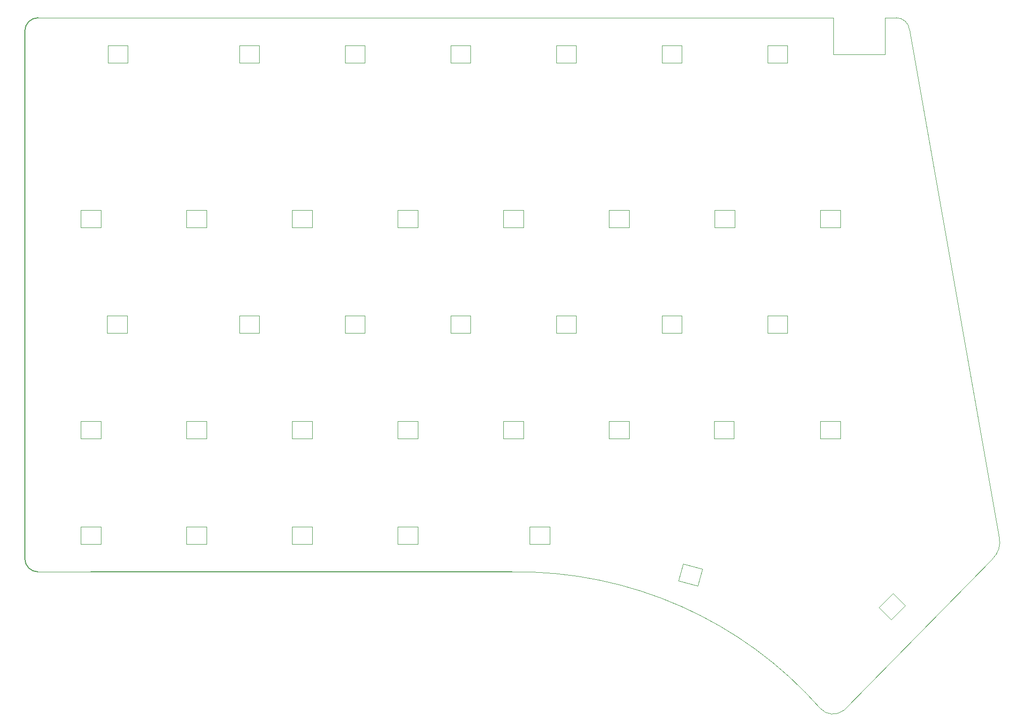
<source format=gbr>
G04 #@! TF.GenerationSoftware,KiCad,Pcbnew,(6.0.8)*
G04 #@! TF.CreationDate,2023-03-04T03:17:21+09:00*
G04 #@! TF.ProjectId,ma8ic_split_69_right,6d613869-635f-4737-906c-69745f36395f,0.1*
G04 #@! TF.SameCoordinates,Original*
G04 #@! TF.FileFunction,Profile,NP*
%FSLAX46Y46*%
G04 Gerber Fmt 4.6, Leading zero omitted, Abs format (unit mm)*
G04 Created by KiCad (PCBNEW (6.0.8)) date 2023-03-04 03:17:21*
%MOMM*%
%LPD*%
G01*
G04 APERTURE LIST*
G04 #@! TA.AperFunction,Profile*
%ADD10C,0.100000*%
G04 #@! TD*
G04 #@! TA.AperFunction,Profile*
%ADD11C,0.150000*%
G04 #@! TD*
G04 #@! TA.AperFunction,Profile*
%ADD12C,0.120000*%
G04 #@! TD*
G04 APERTURE END LIST*
D10*
X216693700Y-35718715D02*
X214696200Y-35718822D01*
X202984483Y-160379061D02*
G75*
G03*
X147399325Y-135731215I-54528413J-47970009D01*
G01*
X219063132Y-37863022D02*
X235267450Y-129539965D01*
X71437500Y-135731215D02*
X61912573Y-135731315D01*
D11*
X61912523Y-35718773D02*
G75*
G03*
X59531273Y-38100100I-23J-2381227D01*
G01*
D10*
X219063065Y-37863029D02*
G75*
G03*
X216693700Y-35718715I-2369465J-236971D01*
G01*
X234076823Y-133349963D02*
G75*
G03*
X235267450Y-129539965I-2887123J2993263D01*
G01*
D11*
X71437500Y-135731215D02*
X147399325Y-135731215D01*
D10*
X207168700Y-160734340D02*
X234076825Y-133349965D01*
X205356200Y-35718822D02*
X71437450Y-35718700D01*
X61912523Y-35718800D02*
X71437450Y-35718700D01*
X202984477Y-160379066D02*
G75*
G03*
X207168699Y-160734339I2279223J2026066D01*
G01*
D11*
X59531285Y-133350065D02*
G75*
G03*
X61912573Y-135731315I2381315J65D01*
G01*
X59531358Y-133350065D02*
X59531273Y-38100100D01*
D12*
G04 #@! TO.C,D48*
X69636560Y-108582945D02*
X69636560Y-111682945D01*
X69636560Y-111682945D02*
X73236560Y-111682945D01*
X73236560Y-108582945D02*
X69636560Y-108582945D01*
X73236560Y-111682945D02*
X73236560Y-108582945D01*
G04 #@! TO.C,D61*
X101811680Y-92633195D02*
X101811680Y-89533195D01*
X98211680Y-92633195D02*
X101811680Y-92633195D01*
X101811680Y-89533195D02*
X98211680Y-89533195D01*
X98211680Y-89533195D02*
X98211680Y-92633195D01*
D10*
G04 #@! TO.C,J1*
X205356200Y-42368822D02*
X205356200Y-35718822D01*
X214696200Y-42368822D02*
X205356200Y-42368822D01*
X214696200Y-35718822D02*
X214696200Y-42368822D01*
D12*
G04 #@! TO.C,D75*
X117261952Y-43817365D02*
X120861952Y-43817365D01*
X117261952Y-40717365D02*
X117261952Y-43817365D01*
X120861952Y-40717365D02*
X117261952Y-40717365D01*
X120861952Y-43817365D02*
X120861952Y-40717365D01*
G04 #@! TO.C,D60*
X120861760Y-92633195D02*
X120861760Y-89533195D01*
X117261760Y-92633195D02*
X120861760Y-92633195D01*
X120861760Y-89533195D02*
X117261760Y-89533195D01*
X117261760Y-89533195D02*
X117261760Y-92633195D01*
G04 #@! TO.C,D42*
X177438164Y-137302311D02*
X180915497Y-138234059D01*
X181717836Y-135239689D02*
X178240503Y-134307941D01*
X178240503Y-134307941D02*
X177438164Y-137302311D01*
X180915497Y-138234059D02*
X181717836Y-135239689D01*
G04 #@! TO.C,D70*
X206587120Y-73583115D02*
X206587120Y-70483115D01*
X206587120Y-70483115D02*
X202987120Y-70483115D01*
X202987120Y-70483115D02*
X202987120Y-73583115D01*
X202987120Y-73583115D02*
X206587120Y-73583115D01*
G04 #@! TO.C,D72*
X174412000Y-40717365D02*
X174412000Y-43817365D01*
X178012000Y-40717365D02*
X174412000Y-40717365D01*
X178012000Y-43817365D02*
X178012000Y-40717365D01*
X174412000Y-43817365D02*
X178012000Y-43817365D01*
G04 #@! TO.C,D71*
X193462080Y-40717263D02*
X193462080Y-43817263D01*
X197062080Y-40717263D02*
X193462080Y-40717263D01*
X197062080Y-43817263D02*
X197062080Y-40717263D01*
X193462080Y-43817263D02*
X197062080Y-43817263D01*
G04 #@! TO.C,D46*
X88686768Y-130732961D02*
X92286768Y-130732961D01*
X88686768Y-127632961D02*
X88686768Y-130732961D01*
X92286768Y-130732961D02*
X92286768Y-127632961D01*
X92286768Y-127632961D02*
X88686768Y-127632961D01*
G04 #@! TO.C,D56*
X193462080Y-92633195D02*
X197062080Y-92633195D01*
X197062080Y-92633195D02*
X197062080Y-89533195D01*
X197062080Y-89533195D02*
X193462080Y-89533195D01*
X193462080Y-89533195D02*
X193462080Y-92633195D01*
G04 #@! TO.C,D76*
X101811680Y-40717365D02*
X98211680Y-40717365D01*
X101811680Y-43817365D02*
X101811680Y-40717365D01*
X98211680Y-40717365D02*
X98211680Y-43817365D01*
X98211680Y-43817365D02*
X101811680Y-43817365D01*
G04 #@! TO.C,D66*
X130386672Y-73583115D02*
X130386672Y-70483115D01*
X126786672Y-70483115D02*
X126786672Y-73583115D01*
X130386672Y-70483115D02*
X126786672Y-70483115D01*
X126786672Y-73583115D02*
X130386672Y-73583115D01*
G04 #@! TO.C,D77*
X78118143Y-40717365D02*
X74518143Y-40717365D01*
X78118143Y-43817365D02*
X78118143Y-40717365D01*
X74518143Y-40717365D02*
X74518143Y-43817365D01*
X74518143Y-43817365D02*
X78118143Y-43817365D01*
G04 #@! TO.C,D44*
X130386800Y-130732961D02*
X130386800Y-127632961D01*
X126786800Y-127632961D02*
X126786800Y-130732961D01*
X130386800Y-127632961D02*
X126786800Y-127632961D01*
X126786800Y-130732961D02*
X130386800Y-130732961D01*
G04 #@! TO.C,D63*
X73236560Y-73583115D02*
X73236560Y-70483115D01*
X69636560Y-73583115D02*
X73236560Y-73583115D01*
X73236560Y-70483115D02*
X69636560Y-70483115D01*
X69636560Y-70483115D02*
X69636560Y-73583115D01*
G04 #@! TO.C,D65*
X107736656Y-73583115D02*
X111336656Y-73583115D01*
X111336656Y-70483115D02*
X107736656Y-70483115D01*
X111336656Y-73583115D02*
X111336656Y-70483115D01*
X107736656Y-70483115D02*
X107736656Y-73583115D01*
G04 #@! TO.C,D52*
X149436624Y-108582945D02*
X145836624Y-108582945D01*
X149436624Y-111682945D02*
X149436624Y-108582945D01*
X145836624Y-108582945D02*
X145836624Y-111682945D01*
X145836624Y-111682945D02*
X149436624Y-111682945D01*
G04 #@! TO.C,D62*
X74399080Y-92633195D02*
X77999080Y-92633195D01*
X77999080Y-89533195D02*
X74399080Y-89533195D01*
X74399080Y-89533195D02*
X74399080Y-92633195D01*
X77999080Y-92633195D02*
X77999080Y-89533195D01*
G04 #@! TO.C,D55*
X206587120Y-108583275D02*
X202987120Y-108583275D01*
X202987120Y-108583275D02*
X202987120Y-111683275D01*
X206587120Y-111683275D02*
X206587120Y-108583275D01*
X202987120Y-111683275D02*
X206587120Y-111683275D01*
G04 #@! TO.C,D45*
X107736784Y-130732961D02*
X111336784Y-130732961D01*
X107736784Y-127632961D02*
X107736784Y-130732961D01*
X111336784Y-130732961D02*
X111336784Y-127632961D01*
X111336784Y-127632961D02*
X107736784Y-127632961D01*
G04 #@! TO.C,D74*
X139911968Y-43817365D02*
X139911968Y-40717365D01*
X136311968Y-40717365D02*
X136311968Y-43817365D01*
X139911968Y-40717365D02*
X136311968Y-40717365D01*
X136311968Y-43817365D02*
X139911968Y-43817365D01*
G04 #@! TO.C,D41*
X215723223Y-144354808D02*
X218268808Y-141809223D01*
X218268808Y-141809223D02*
X216076777Y-139617192D01*
X216076777Y-139617192D02*
X213531192Y-142162777D01*
X213531192Y-142162777D02*
X215723223Y-144354808D01*
G04 #@! TO.C,D51*
X130386608Y-108582945D02*
X126786608Y-108582945D01*
X130386608Y-111682945D02*
X130386608Y-108582945D01*
X126786608Y-108582945D02*
X126786608Y-111682945D01*
X126786608Y-111682945D02*
X130386608Y-111682945D01*
G04 #@! TO.C,D43*
X150599400Y-130733355D02*
X154199400Y-130733355D01*
X154199400Y-127633355D02*
X150599400Y-127633355D01*
X150599400Y-127633355D02*
X150599400Y-130733355D01*
X154199400Y-130733355D02*
X154199400Y-127633355D01*
G04 #@! TO.C,D50*
X111336592Y-108582945D02*
X107736592Y-108582945D01*
X111336592Y-111682945D02*
X111336592Y-108582945D01*
X107736592Y-111682945D02*
X111336592Y-111682945D01*
X107736592Y-108582945D02*
X107736592Y-111682945D01*
G04 #@! TO.C,D47*
X73237600Y-130733355D02*
X73237600Y-127633355D01*
X73237600Y-127633355D02*
X69637600Y-127633355D01*
X69637600Y-127633355D02*
X69637600Y-130733355D01*
X69637600Y-130733355D02*
X73237600Y-130733355D01*
G04 #@! TO.C,D58*
X155361920Y-92633195D02*
X158961920Y-92633195D01*
X158961920Y-92633195D02*
X158961920Y-89533195D01*
X155361920Y-89533195D02*
X155361920Y-92633195D01*
X158961920Y-89533195D02*
X155361920Y-89533195D01*
G04 #@! TO.C,D64*
X88686640Y-73583115D02*
X92286640Y-73583115D01*
X88686640Y-70483115D02*
X88686640Y-73583115D01*
X92286640Y-70483115D02*
X88686640Y-70483115D01*
X92286640Y-73583115D02*
X92286640Y-70483115D01*
G04 #@! TO.C,D53*
X164886960Y-108583275D02*
X164886960Y-111683275D01*
X168486960Y-108583275D02*
X164886960Y-108583275D01*
X164886960Y-111683275D02*
X168486960Y-111683275D01*
X168486960Y-111683275D02*
X168486960Y-108583275D01*
G04 #@! TO.C,D59*
X136311840Y-89533195D02*
X136311840Y-92633195D01*
X139911840Y-92633195D02*
X139911840Y-89533195D01*
X136311840Y-92633195D02*
X139911840Y-92633195D01*
X139911840Y-89533195D02*
X136311840Y-89533195D01*
G04 #@! TO.C,D68*
X168486960Y-70483115D02*
X164886960Y-70483115D01*
X164886960Y-73583115D02*
X168486960Y-73583115D01*
X168486960Y-73583115D02*
X168486960Y-70483115D01*
X164886960Y-70483115D02*
X164886960Y-73583115D01*
G04 #@! TO.C,D69*
X183937040Y-73583115D02*
X187537040Y-73583115D01*
X187537040Y-70483115D02*
X183937040Y-70483115D01*
X183937040Y-70483115D02*
X183937040Y-73583115D01*
X187537040Y-73583115D02*
X187537040Y-70483115D01*
G04 #@! TO.C,D49*
X92286576Y-111682945D02*
X92286576Y-108582945D01*
X92286576Y-108582945D02*
X88686576Y-108582945D01*
X88686576Y-108582945D02*
X88686576Y-111682945D01*
X88686576Y-111682945D02*
X92286576Y-111682945D01*
G04 #@! TO.C,D57*
X174412000Y-89533195D02*
X174412000Y-92633195D01*
X178012000Y-89533195D02*
X174412000Y-89533195D01*
X178012000Y-92633195D02*
X178012000Y-89533195D01*
X174412000Y-92633195D02*
X178012000Y-92633195D01*
G04 #@! TO.C,D73*
X158961984Y-43817365D02*
X158961984Y-40717365D01*
X158961984Y-40717365D02*
X155361984Y-40717365D01*
X155361984Y-40717365D02*
X155361984Y-43817365D01*
X155361984Y-43817365D02*
X158961984Y-43817365D01*
G04 #@! TO.C,D54*
X187417977Y-111683275D02*
X187417977Y-108583275D01*
X187417977Y-108583275D02*
X183817977Y-108583275D01*
X183817977Y-111683275D02*
X187417977Y-111683275D01*
X183817977Y-108583275D02*
X183817977Y-111683275D01*
G04 #@! TO.C,D67*
X145836688Y-70483115D02*
X145836688Y-73583115D01*
X149436688Y-73583115D02*
X149436688Y-70483115D01*
X145836688Y-73583115D02*
X149436688Y-73583115D01*
X149436688Y-70483115D02*
X145836688Y-70483115D01*
G04 #@! TD*
M02*

</source>
